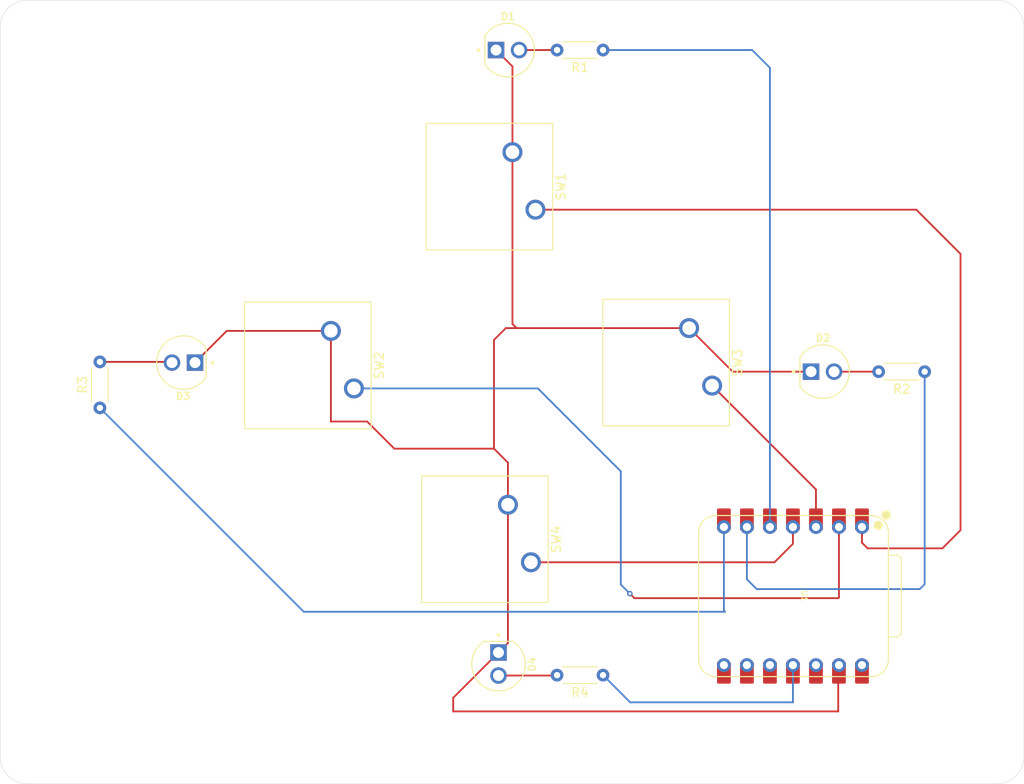
<source format=kicad_pcb>
(kicad_pcb (version 20241229) (generator "pcbnew") (generator_version "9.0")
  (layers (0 "F.Cu" signal) (2 "B.Cu" signal) (13 "F.Paste" user) (15 "B.Paste" user) (5 "F.SilkS" user "F.Silkscreen") (7 "B.SilkS" user "B.Silkscreen") (1 "F.Mask" user) (3 "B.Mask" user) (25 "Edge.Cuts" user))
  (net 0 "")
  (net 1 "Net-(D1-PadA)")
  (net 2 "GND")
  (net 3 "Net-(D2-PadA)")
  (net 4 "Net-(D3-PadA)")
  (net 5 "Net-(D4-PadA)")
  (net 6 "led_1")
  (net 7 "led_2")
  (net 8 "led_3")
  (net 9 "led_4")
  (net 10 "button_up")
  (net 11 "button_left")
  (net 12 "button_right")
  (net 13 "button_down")
  (footprint "Button_Switch_Keyboard:SW_Cherry_MX_1.00u_PCB" (layer "F.Cu") (at 129.08 48.12 -90)
    (property "Reference" "SW1" (at -2.54 -2.794 90) (layer "F.SilkS"))
    (property "Value" "SW_Push")
    (fp_line (start -9.525 12.065) (end -9.525 -1.905) (stroke (width 0.12)) (layer "F.SilkS"))
    (fp_line (start 4.445 12.065) (end -9.525 12.065) (stroke (width 0.12)) (layer "F.SilkS"))
    (fp_line (start -9.525 -1.905) (end 4.445 -1.905) (stroke (width 0.12)) (layer "F.SilkS"))
    (fp_line (start 4.445 -1.905) (end 4.445 12.065) (stroke (width 0.12)) (layer "F.SilkS"))
    (pad "" np_thru_hole circle (at -7.62 5.08 270) (size 1.7 1.7) (drill 1.7) (layers "*.Cu" "*.Mask"))
    (pad "" np_thru_hole circle (at -2.54 5.08 270) (size 4 4) (drill 4) (layers "*.Cu" "*.Mask"))
    (pad "" np_thru_hole circle (at 2.54 5.08 270) (size 1.7 1.7) (drill 1.7) (layers "*.Cu" "*.Mask"))
    (pad "1" thru_hole circle (at 0 0 270) (size 2.2 2.2) (drill 1.5) (layers "*.Cu" "*.Mask") (net 10 "button_up"))
    (pad "2" thru_hole circle (at -6.35 2.54 270) (size 2.2 2.2) (drill 1.5) (layers "*.Cu" "*.Mask") (net 2 "GND"))
  )
  (footprint "L08R5000Q1:LEDRD254W57D500H1070" (layer "F.Cu") (at 160.77 66)
    (property "Reference" "D2" (at 0.04 -3.708 0) (layer "F.SilkS") (effects (font (size 0.8 0.8))))
    (property "Value" "L08R5000Q1")
    (fp_line (start -2.5 -1.566) (end -2.5 1.566) (stroke (width 0.127)) (layer "F.SilkS"))
    (fp_arc (start -2.5 -1.566) (mid 2.961291 0) (end -2.5 1.566) (stroke (width 0.127)) (layer "F.SilkS"))
    (fp_circle (center -3.2 0) (end -3.1 0) (stroke (width 0.2)) (fill no) (layer "F.SilkS"))
    (pad "A" thru_hole circle (at 1.27 0) (size 1.815 1.815) (drill 1.21) (layers "*.Cu" "*.Mask") (net 3 "Net-(D2-PadA)"))
    (pad "C" thru_hole rect (at -1.27 0) (size 1.815 1.815) (drill 1.21) (layers "*.Cu" "*.Mask") (net 2 "GND"))
  )
  (footprint "Button_Switch_Keyboard:SW_Cherry_MX_1.00u_PCB" (layer "F.Cu") (at 109.04 67.85 -90)
    (property "Reference" "SW2" (at -2.54 -2.794 90) (layer "F.SilkS"))
    (property "Value" "SW_Push")
    (fp_line (start -9.525 12.065) (end -9.525 -1.905) (stroke (width 0.12)) (layer "F.SilkS"))
    (fp_line (start 4.445 12.065) (end -9.525 12.065) (stroke (width 0.12)) (layer "F.SilkS"))
    (fp_line (start -9.525 -1.905) (end 4.445 -1.905) (stroke (width 0.12)) (layer "F.SilkS"))
    (fp_line (start 4.445 -1.905) (end 4.445 12.065) (stroke (width 0.12)) (layer "F.SilkS"))
    (pad "" np_thru_hole circle (at -7.62 5.08 270) (size 1.7 1.7) (drill 1.7) (layers "*.Cu" "*.Mask"))
    (pad "" np_thru_hole circle (at -2.54 5.08 270) (size 4 4) (drill 4) (layers "*.Cu" "*.Mask"))
    (pad "" np_thru_hole circle (at 2.54 5.08 270) (size 1.7 1.7) (drill 1.7) (layers "*.Cu" "*.Mask"))
    (pad "1" thru_hole circle (at 0 0 270) (size 2.2 2.2) (drill 1.5) (layers "*.Cu" "*.Mask") (net 11 "button_left"))
    (pad "2" thru_hole circle (at -6.35 2.54 270) (size 2.2 2.2) (drill 1.5) (layers "*.Cu" "*.Mask") (net 2 "GND"))
  )
  (footprint "L08R5000Q1:LEDRD254W57D500H1070" (layer "F.Cu") (at 126 30.5)
    (property "Reference" "D1" (at 0.04 -3.708 0) (layer "F.SilkS") (effects (font (size 0.8 0.8))))
    (property "Value" "L08R5000Q1")
    (fp_line (start -2.5 -1.566) (end -2.5 1.566) (stroke (width 0.127)) (layer "F.SilkS"))
    (fp_arc (start -2.5 -1.566) (mid 2.961291 0) (end -2.5 1.566) (stroke (width 0.127)) (layer "F.SilkS"))
    (fp_circle (center -3.2 0) (end -3.1 0) (stroke (width 0.2)) (fill no) (layer "F.SilkS"))
    (pad "A" thru_hole circle (at 1.27 0) (size 1.815 1.815) (drill 1.21) (layers "*.Cu" "*.Mask") (net 1 "Net-(D1-PadA)"))
    (pad "C" thru_hole rect (at -1.27 0) (size 1.815 1.815) (drill 1.21) (layers "*.Cu" "*.Mask") (net 2 "GND"))
  )
  (footprint "Resistor_THT:R_Axial_DIN0204_L3.6mm_D1.6mm_P5.08mm_Horizontal" (layer "F.Cu") (at 136.54 99.5 180)
    (property "Reference" "R4" (at 2.54 -1.92 0) (layer "F.SilkS"))
    (property "Value" "R")
    (fp_line (start 0.62 0.92) (end 4.46 0.92) (stroke (width 0.12)) (layer "F.SilkS"))
    (fp_line (start 0.62 -0.92) (end 4.46 -0.92) (stroke (width 0.12)) (layer "F.SilkS"))
    (pad "1" thru_hole circle (at 0 0 180) (size 1.4 1.4) (drill 0.7) (layers "*.Cu" "*.Mask") (net 9 "led_4"))
    (pad "2" thru_hole circle (at 5.08 0 180) (size 1.4 1.4) (drill 0.7) (layers "*.Cu" "*.Mask") (net 5 "Net-(D4-PadA)"))
  )
  (footprint "Resistor_THT:R_Axial_DIN0204_L3.6mm_D1.6mm_P5.08mm_Horizontal" (layer "F.Cu") (at 172.04 66 180)
    (property "Reference" "R2" (at 2.54 -1.92 0) (layer "F.SilkS"))
    (property "Value" "R")
    (fp_line (start 0.62 0.92) (end 4.46 0.92) (stroke (width 0.12)) (layer "F.SilkS"))
    (fp_line (start 0.62 -0.92) (end 4.46 -0.92) (stroke (width 0.12)) (layer "F.SilkS"))
    (pad "1" thru_hole circle (at 0 0 180) (size 1.4 1.4) (drill 0.7) (layers "*.Cu" "*.Mask") (net 7 "led_2"))
    (pad "2" thru_hole circle (at 5.08 0 180) (size 1.4 1.4) (drill 0.7) (layers "*.Cu" "*.Mask") (net 3 "Net-(D2-PadA)"))
  )
  (footprint "Resistor_THT:R_Axial_DIN0204_L3.6mm_D1.6mm_P5.08mm_Horizontal" (layer "F.Cu") (at 136.54 30.5 180)
    (property "Reference" "R1" (at 2.54 -1.92 0) (layer "F.SilkS"))
    (property "Value" "R")
    (fp_line (start 0.62 0.92) (end 4.46 0.92) (stroke (width 0.12)) (layer "F.SilkS"))
    (fp_line (start 0.62 -0.92) (end 4.46 -0.92) (stroke (width 0.12)) (layer "F.SilkS"))
    (pad "1" thru_hole circle (at 0 0 180) (size 1.4 1.4) (drill 0.7) (layers "*.Cu" "*.Mask") (net 6 "led_1"))
    (pad "2" thru_hole circle (at 5.08 0 180) (size 1.4 1.4) (drill 0.7) (layers "*.Cu" "*.Mask") (net 1 "Net-(D1-PadA)"))
  )
  (footprint "Button_Switch_Keyboard:SW_Cherry_MX_1.00u_PCB" (layer "F.Cu") (at 148.58 67.54 -90)
    (property "Reference" "SW3" (at -2.54 -2.794 90) (layer "F.SilkS"))
    (property "Value" "SW_Push")
    (fp_line (start -9.525 12.065) (end -9.525 -1.905) (stroke (width 0.12)) (layer "F.SilkS"))
    (fp_line (start 4.445 12.065) (end -9.525 12.065) (stroke (width 0.12)) (layer "F.SilkS"))
    (fp_line (start -9.525 -1.905) (end 4.445 -1.905) (stroke (width 0.12)) (layer "F.SilkS"))
    (fp_line (start 4.445 -1.905) (end 4.445 12.065) (stroke (width 0.12)) (layer "F.SilkS"))
    (pad "" np_thru_hole circle (at -7.62 5.08 270) (size 1.7 1.7) (drill 1.7) (layers "*.Cu" "*.Mask"))
    (pad "" np_thru_hole circle (at -2.54 5.08 270) (size 4 4) (drill 4) (layers "*.Cu" "*.Mask"))
    (pad "" np_thru_hole circle (at 2.54 5.08 270) (size 1.7 1.7) (drill 1.7) (layers "*.Cu" "*.Mask"))
    (pad "1" thru_hole circle (at 0 0 270) (size 2.2 2.2) (drill 1.5) (layers "*.Cu" "*.Mask") (net 12 "button_right"))
    (pad "2" thru_hole circle (at -6.35 2.54 270) (size 2.2 2.2) (drill 1.5) (layers "*.Cu" "*.Mask") (net 2 "GND"))
  )
  (footprint "Resistor_THT:R_Axial_DIN0204_L3.6mm_D1.6mm_P5.08mm_Horizontal" (layer "F.Cu") (at 81 70 90)
    (property "Reference" "R3" (at 2.54 -1.92 90) (layer "F.SilkS"))
    (property "Value" "R")
    (fp_line (start 0.62 -0.92) (end 4.46 -0.92) (stroke (width 0.12)) (layer "F.SilkS"))
    (fp_line (start 0.62 0.92) (end 4.46 0.92) (stroke (width 0.12)) (layer "F.SilkS"))
    (pad "1" thru_hole circle (at 0 0 90) (size 1.4 1.4) (drill 0.7) (layers "*.Cu" "*.Mask") (net 8 "led_3"))
    (pad "2" thru_hole circle (at 5.08 0 90) (size 1.4 1.4) (drill 0.7) (layers "*.Cu" "*.Mask") (net 4 "Net-(D3-PadA)"))
  )
  (footprint "XIAO_SeeedRP2040:XIAO-RP2040-DIP" (layer "F.Cu") (at 157.5 90.7685 -90)
    (property "Reference" "U1" (at 0 -1.2685 270) (layer "F.SilkS") (effects (font (size 0.635 0.635) (thickness 0.1016))))
    (property "Value" "XIAO-RP2040-DIP")
    (fp_line (start -6.985 10.414) (end 6.985 10.414) (stroke (width 0.127)) (layer "F.SilkS"))
    (fp_line (start -8.89 8.509) (end -8.89 -8.636) (stroke (width 0.127)) (layer "F.SilkS"))
    (fp_line (start 8.89 8.509) (end 8.89 -8.636) (stroke (width 0.127)) (layer "F.SilkS"))
    (fp_line (start -4.495 -10.541) (end -4.491272 -11.451272) (stroke (width 0.127)) (layer "F.SilkS"))
    (fp_line (start 6.985 -10.541) (end -6.985 -10.541) (stroke (width 0.1)) (layer "F.SilkS"))
    (fp_line (start 6.985 -10.541) (end -6.985 -10.541) (stroke (width 0.127)) (layer "F.SilkS"))
    (fp_line (start 4.504 -11.451) (end 4.504 -10.541) (stroke (width 0.127)) (layer "F.SilkS"))
    (fp_line (start -3.991272 -11.951) (end 4.004 -11.951) (stroke (width 0.127)) (layer "F.SilkS"))
    (fp_arc (start -6.985 10.414) (mid -8.332038 9.856038) (end -8.89 8.509) (stroke (width 0.127)) (layer "F.SilkS"))
    (fp_arc (start 8.89 8.509) (mid 8.332038 9.856038) (end 6.985 10.414) (stroke (width 0.127)) (layer "F.SilkS"))
    (fp_arc (start -8.89 -8.636) (mid -8.332038 -9.983038) (end -6.985 -10.541) (stroke (width 0.127)) (layer "F.SilkS"))
    (fp_arc (start 6.985 -10.541) (mid 8.332038 -9.983038) (end 8.89 -8.636) (stroke (width 0.127)) (layer "F.SilkS"))
    (fp_arc (start -4.491272 -11.451272) (mid -4.344728 -11.80464) (end -3.991272 -11.951) (stroke (width 0.127)) (layer "F.SilkS"))
    (fp_arc (start 4.004 -11.951) (mid 4.357553 -11.804553) (end 4.504 -11.451) (stroke (width 0.127)) (layer "F.SilkS"))
    (fp_circle (center -7.807 -9.42) (end -7.807 -9.674) (stroke (width 0.5)) (fill yes) (layer "F.SilkS"))
    (fp_circle (center -8.95 -10.3) (end -8.95 -10.554) (stroke (width 0.5)) (fill yes) (layer "F.SilkS"))
    (pad "1" smd roundrect (at -8.455 -7.62 90) (size 2.432 1.524) (layers "F.Cu" "F.Mask") (roundrect_rratio 0.1) (net 10 "button_up"))
    (pad "1" thru_hole circle (at -7.62 -7.62 90) (size 1.524 1.524) (drill 0.889) (layers "*.Cu" "*.Mask") (net 10 "button_up"))
    (pad "2" smd roundrect (at -8.455 -5.08 90) (size 2.432 1.524) (layers "F.Cu" "F.Mask") (roundrect_rratio 0.1) (net 11 "button_left"))
    (pad "2" thru_hole circle (at -7.62 -5.08 90) (size 1.524 1.524) (drill 0.889) (layers "*.Cu" "*.Mask") (net 11 "button_left"))
    (pad "3" smd roundrect (at -8.455 -2.54 90) (size 2.432 1.524) (layers "F.Cu" "F.Mask") (roundrect_rratio 0.1) (net 12 "button_right"))
    (pad "3" thru_hole circle (at -7.62 -2.54 90) (size 1.524 1.524) (drill 0.889) (layers "*.Cu" "*.Mask") (net 12 "button_right"))
    (pad "4" smd roundrect (at -8.455 0 90) (size 2.432 1.524) (layers "F.Cu" "F.Mask") (roundrect_rratio 0.1) (net 13 "button_down"))
    (pad "4" thru_hole circle (at -7.62 0 90) (size 1.524 1.524) (drill 0.889) (layers "*.Cu" "*.Mask") (net 13 "button_down"))
    (pad "5" smd roundrect (at -8.455 2.54 90) (size 2.432 1.524) (layers "F.Cu" "F.Mask") (roundrect_rratio 0.1) (net 6 "led_1"))
    (pad "5" thru_hole circle (at -7.62 2.54 90) (size 1.524 1.524) (drill 0.889) (layers "*.Cu" "*.Mask") (net 6 "led_1"))
    (pad "6" smd roundrect (at -8.455 5.08 90) (size 2.432 1.524) (layers "F.Cu" "F.Mask") (roundrect_rratio 0.1) (net 7 "led_2"))
    (pad "6" thru_hole circle (at -7.62 5.08 90) (size 1.524 1.524) (drill 0.889) (layers "*.Cu" "*.Mask") (net 7 "led_2"))
    (pad "7" smd roundrect (at -8.455 7.62 90) (size 2.432 1.524) (layers "F.Cu" "F.Mask") (roundrect_rratio 0.1) (net 8 "led_3"))
    (pad "7" thru_hole circle (at -7.62 7.62 90) (size 1.524 1.524) (drill 0.889) (layers "*.Cu" "*.Mask") (net 8 "led_3"))
    (pad "8" thru_hole circle (at 7.62 7.62 270) (size 1.524 1.524) (drill 0.889) (layers "*.Cu" "*.Mask"))
    (pad "8" smd roundrect (at 8.455 7.62 270) (size 2.432 1.524) (layers "F.Cu" "F.Mask") (roundrect_rratio 0.1))
    (pad "9" thru_hole circle (at 7.62 5.08 270) (size 1.524 1.524) (drill 0.889) (layers "*.Cu" "*.Mask"))
    (pad "9" smd roundrect (at 8.455 5.08 270) (size 2.432 1.524) (layers "F.Cu" "F.Mask") (roundrect_rratio 0.1))
    (pad "10" thru_hole circle (at 7.62 2.54 270) (size 1.524 1.524) (drill 0.889) (layers "*.Cu" "*.Mask"))
    (pad "10" smd roundrect (at 8.455 2.54 270) (size 2.432 1.524) (layers "F.Cu" "F.Mask") (roundrect_rratio 0.1))
    (pad "11" thru_hole circle (at 7.62 0 270) (size 1.524 1.524) (drill 0.889) (layers "*.Cu" "*.Mask") (net 9 "led_4"))
    (pad "11" smd roundrect (at 8.455 0 270) (size 2.432 1.524) (layers "F.Cu" "F.Mask") (roundrect_rratio 0.1) (net 9 "led_4"))
    (pad "12" thru_hole circle (at 7.62 -2.54 270) (size 1.524 1.524) (drill 0.889) (layers "*.Cu" "*.Mask"))
    (pad "12" smd roundrect (at 8.455 -2.54 270) (size 2.432 1.524) (layers "F.Cu" "F.Mask") (roundrect_rratio 0.1))
    (pad "13" thru_hole circle (at 7.62 -5.08 270) (size 1.524 1.524) (drill 0.889) (layers "*.Cu" "*.Mask") (net 2 "GND"))
    (pad "13" smd roundrect (at 8.455 -5.08 270) (size 2.432 1.524) (layers "F.Cu" "F.Mask") (roundrect_rratio 0.1) (net 2 "GND"))
    (pad "14" thru_hole circle (at 7.62 -7.62 270) (size 1.524 1.524) (drill 0.889) (layers "*.Cu" "*.Mask"))
    (pad "14" smd roundrect (at 8.455 -7.62 270) (size 2.432 1.524) (layers "F.Cu" "F.Mask") (roundrect_rratio 0.1))
  )
  (footprint "Button_Switch_Keyboard:SW_Cherry_MX_1.00u_PCB" (layer "F.Cu") (at 128.58 87.04 -90)
    (property "Reference" "SW4" (at -2.54 -2.794 90) (layer "F.SilkS"))
    (property "Value" "SW_Push")
    (fp_line (start -9.525 12.065) (end -9.525 -1.905) (stroke (width 0.12)) (layer "F.SilkS"))
    (fp_line (start 4.445 12.065) (end -9.525 12.065) (stroke (width 0.12)) (layer "F.SilkS"))
    (fp_line (start -9.525 -1.905) (end 4.445 -1.905) (stroke (width 0.12)) (layer "F.SilkS"))
    (fp_line (start 4.445 -1.905) (end 4.445 12.065) (stroke (width 0.12)) (layer "F.SilkS"))
    (pad "" np_thru_hole circle (at -7.62 5.08 270) (size 1.7 1.7) (drill 1.7) (layers "*.Cu" "*.Mask"))
    (pad "" np_thru_hole circle (at -2.54 5.08 270) (size 4 4) (drill 4) (layers "*.Cu" "*.Mask"))
    (pad "" np_thru_hole circle (at 2.54 5.08 270) (size 1.7 1.7) (drill 1.7) (layers "*.Cu" "*.Mask"))
    (pad "1" thru_hole circle (at 0 0 270) (size 2.2 2.2) (drill 1.5) (layers "*.Cu" "*.Mask") (net 13 "button_down"))
    (pad "2" thru_hole circle (at -6.35 2.54 270) (size 2.2 2.2) (drill 1.5) (layers "*.Cu" "*.Mask") (net 2 "GND"))
  )
  (footprint "L08R5000Q1:LEDRD254W57D500H1070" (layer "F.Cu") (at 90.23 65 180)
    (property "Reference" "D3" (at 0.04 -3.708 0) (layer "F.SilkS") (effects (font (size 0.8 0.8))))
    (property "Value" "L08R5000Q1")
    (fp_line (start -2.5 -1.566) (end -2.5 1.566) (stroke (width 0.127)) (layer "F.SilkS"))
    (fp_arc (start -2.5 -1.566) (mid 2.961291 0) (end -2.5 1.566) (stroke (width 0.127)) (layer "F.SilkS"))
    (fp_circle (center -3.2 0) (end -3.1 0) (stroke (width 0.2)) (fill no) (layer "F.SilkS"))
    (pad "A" thru_hole circle (at 1.27 0 180) (size 1.815 1.815) (drill 1.21) (layers "*.Cu" "*.Mask") (net 4 "Net-(D3-PadA)"))
    (pad "C" thru_hole rect (at -1.27 0 180) (size 1.815 1.815) (drill 1.21) (layers "*.Cu" "*.Mask") (net 2 "GND"))
  )
  (footprint "L08R5000Q1:LEDRD254W57D500H1070" (layer "F.Cu") (at 125 98.27 -90)
    (property "Reference" "D4" (at 0.04 -3.708 90) (layer "F.SilkS") (effects (font (size 0.8 0.8))))
    (property "Value" "L08R5000Q1")
    (fp_line (start -2.5 -1.566) (end -2.5 1.566) (stroke (width 0.127)) (layer "F.SilkS"))
    (fp_arc (start -2.5 -1.566) (mid 2.961291 0) (end -2.5 1.566) (stroke (width 0.127)) (layer "F.SilkS"))
    (fp_circle (center -3.2 0) (end -3.1 0) (stroke (width 0.2)) (fill no) (layer "F.SilkS"))
    (pad "A" thru_hole circle (at 1.27 0 270) (size 1.815 1.815) (drill 1.21) (layers "*.Cu" "*.Mask") (net 5 "Net-(D4-PadA)"))
    (pad "C" thru_hole rect (at -1.27 0 270) (size 1.815 1.815) (drill 1.21) (layers "*.Cu" "*.Mask") (net 2 "GND"))
  )
  (gr_arc (start 180 25) (mid 182.12132 25.87868) (end 183 28) (stroke (width 0.05)) (layer "Edge.Cuts"))
  (gr_arc (start 183 108.5) (mid 182.12132 110.62132) (end 180 111.5) (stroke (width 0.05)) (layer "Edge.Cuts"))
  (gr_arc (start 73 111.5) (mid 70.87868 110.62132) (end 70 108.5) (stroke (width 0.05)) (layer "Edge.Cuts"))
  (gr_line (start 73 25) (end 180 25) (stroke (width 0.05)) (layer "Edge.Cuts"))
  (gr_arc (start 70 28) (mid 70.87868 25.87868) (end 73 25) (stroke (width 0.05)) (layer "Edge.Cuts"))
  (gr_line (start 70 108.5) (end 70 28) (stroke (width 0.05)) (layer "Edge.Cuts"))
  (gr_line (start 183 28) (end 183 108.5) (stroke (width 0.05)) (layer "Edge.Cuts"))
  (gr_line (start 180 111.5) (end 73 111.5) (stroke (width 0.05)) (layer "Edge.Cuts"))
  (segment (start 127.27 30.5) (end 131.46 30.5) (width 0.2) (layer "F.Cu") (net 1))
  (segment (start 95 61.5) (end 106.5 61.5) (width 0.2) (layer "F.Cu") (net 2))
  (segment (start 124.5 62.5) (end 124.5 74.5) (width 0.2) (layer "F.Cu") (net 2))
  (segment (start 162.5 98.4685) (end 162.5 103.5) (width 0.2) (layer "F.Cu") (net 2))
  (segment (start 126.04 95.96) (end 125 97) (width 0.2) (layer "F.Cu") (net 2))
  (segment (start 110.5 71.5) (end 113.5 74.5) (width 0.2) (layer "F.Cu") (net 2))
  (segment (start 146.04 61.19) (end 150.85 66) (width 0.2) (layer "F.Cu") (net 2))
  (segment (start 91.5 65) (end 95 61.5) (width 0.2) (layer "F.Cu") (net 2))
  (segment (start 124.5 74.5) (end 126.04 76.04) (width 0.2) (layer "F.Cu") (net 2))
  (segment (start 106.5 61.5) (end 106.5 71.5) (width 0.2) (layer "F.Cu") (net 2))
  (segment (start 106.5 71.5) (end 110.5 71.5) (width 0.2) (layer "F.Cu") (net 2))
  (segment (start 150.85 66) (end 159.5 66) (width 0.2) (layer "F.Cu") (net 2))
  (segment (start 146.04 61.19) (end 127 61.19) (width 0.2) (layer "F.Cu") (net 2))
  (segment (start 120 102) (end 125 97) (width 0.2) (layer "F.Cu") (net 2))
  (segment (start 126.54 41.77) (end 126.54 32.31) (width 0.2) (layer "F.Cu") (net 2))
  (segment (start 126.54 60.73) (end 127 61.19) (width 0.2) (layer "F.Cu") (net 2))
  (segment (start 127 61.19) (end 125.81 61.19) (width 0.2) (layer "F.Cu") (net 2))
  (segment (start 126.54 41.77) (end 126.54 60.73) (width 0.2) (layer "F.Cu") (net 2))
  (segment (start 126.04 76.04) (end 126.04 80.69) (width 0.2) (layer "F.Cu") (net 2))
  (segment (start 126.04 80.69) (end 126.04 95.96) (width 0.2) (layer "F.Cu") (net 2))
  (segment (start 125.81 61.19) (end 124.5 62.5) (width 0.2) (layer "F.Cu") (net 2))
  (segment (start 162.58 98.3885) (end 162.5 98.4685) (width 0.2) (layer "F.Cu") (net 2))
  (segment (start 120 103.5) (end 120 102) (width 0.2) (layer "F.Cu") (net 2))
  (segment (start 126.54 32.31) (end 124.73 30.5) (width 0.2) (layer "F.Cu") (net 2))
  (segment (start 162.5 103.5) (end 120 103.5) (width 0.2) (layer "F.Cu") (net 2))
  (segment (start 113.5 74.5) (end 124.5 74.5) (width 0.2) (layer "F.Cu") (net 2))
  (segment (start 166.96 66) (end 162.04 66) (width 0.2) (layer "F.Cu") (net 3))
  (segment (start 88.88 64.92) (end 88.96 65) (width 0.2) (layer "F.Cu") (net 4))
  (segment (start 81 64.92) (end 88.88 64.92) (width 0.2) (layer "F.Cu") (net 4))
  (segment (start 125 99.54) (end 131.42 99.54) (width 0.2) (layer "F.Cu") (net 5))
  (segment (start 131.42 99.54) (end 131.46 99.5) (width 0.2) (layer "F.Cu") (net 5))
  (segment (start 136.54 30.5) (end 153 30.5) (width 0.2) (layer "B.Cu") (net 6))
  (segment (start 154.96 32.46) (end 154.96 83.1485) (width 0.2) (layer "B.Cu") (net 6))
  (segment (start 153 30.5) (end 154.96 32.46) (width 0.2) (layer "B.Cu") (net 6))
  (segment (start 171.5 90) (end 153.5 90) (width 0.2) (layer "B.Cu") (net 7))
  (segment (start 152.42 88.92) (end 152.42 83.1485) (width 0.2) (layer "B.Cu") (net 7))
  (segment (start 153.5 90) (end 152.42 88.92) (width 0.2) (layer "B.Cu") (net 7))
  (segment (start 172.04 66) (end 172.04 89.46) (width 0.2) (layer "B.Cu") (net 7))
  (segment (start 172.04 89.46) (end 171.5 90) (width 0.2) (layer "B.Cu") (net 7))
  (segment (start 103.5 92.5) (end 150 92.5) (width 0.2) (layer "B.Cu") (net 8))
  (segment (start 81 70) (end 103.5 92.5) (width 0.2) (layer "B.Cu") (net 8))
  (segment (start 150 92.5) (end 149.88 92.38) (width 0.2) (layer "B.Cu") (net 8))
  (segment (start 149.88 92.38) (end 149.88 83.1485) (width 0.2) (layer "B.Cu") (net 8))
  (segment (start 139.54 102.5) (end 157.5 102.5) (width 0.2) (layer "B.Cu") (net 9))
  (segment (start 136.54 99.5) (end 139.54 102.5) (width 0.2) (layer "B.Cu") (net 9))
  (segment (start 157.5 102.5) (end 157.5 98.3885) (width 0.2) (layer "B.Cu") (net 9))
  (segment (start 165.74 85.5) (end 165.12 84.88) (width 0.2) (layer "F.Cu") (net 10))
  (segment (start 176 83.5) (end 174 85.5) (width 0.2) (layer "F.Cu") (net 10))
  (segment (start 174 85.5) (end 165.74 85.5) (width 0.2) (layer "F.Cu") (net 10))
  (segment (start 129.08 48.12) (end 171.12 48.12) (width 0.2) (layer "F.Cu") (net 10))
  (segment (start 165.12 84.88) (end 165.12 83.1485) (width 0.2) (layer "F.Cu") (net 10))
  (segment (start 176 53) (end 176 83.5) (width 0.2) (layer "F.Cu") (net 10))
  (segment (start 171.12 48.12) (end 176 53) (width 0.2) (layer "F.Cu") (net 10))
  (segment (start 162.58 90.92) (end 162.58 83.1485) (width 0.2) (layer "F.Cu") (net 11))
  (segment (start 139.5 90.5) (end 140 91) (width 0.2) (layer "F.Cu") (net 11))
  (segment (start 162.5 91) (end 162.58 90.92) (width 0.2) (layer "F.Cu") (net 11))
  (segment (start 140 91) (end 162.5 91) (width 0.2) (layer "F.Cu") (net 11))
  (via (at 139.5 90.5) (size 0.6) (drill 0.3) (layers "F.Cu" "B.Cu") (net 11))
  (segment (start 109.04 67.85) (end 129.35 67.85) (width 0.2) (layer "B.Cu") (net 11))
  (segment (start 138.5 89.5) (end 139.5 90.5) (width 0.2) (layer "B.Cu") (net 11))
  (segment (start 138.5 77) (end 138.5 89.5) (width 0.2) (layer "B.Cu") (net 11))
  (segment (start 129.35 67.85) (end 138.5 77) (width 0.2) (layer "B.Cu") (net 11))
  (segment (start 148.58 67.54) (end 160.04 79) (width 0.2) (layer "F.Cu") (net 12))
  (segment (start 160.04 79) (end 160.04 83.1485) (width 0.2) (layer "F.Cu") (net 12))
  (segment (start 155.46 87.04) (end 157.5 85) (width 0.2) (layer "F.Cu") (net 13))
  (segment (start 128.58 87.04) (end 155.46 87.04) (width 0.2) (layer "F.Cu") (net 13))
  (segment (start 157.5 85) (end 157.5 83.1485) (width 0.2) (layer "F.Cu") (net 13))
)
</source>
